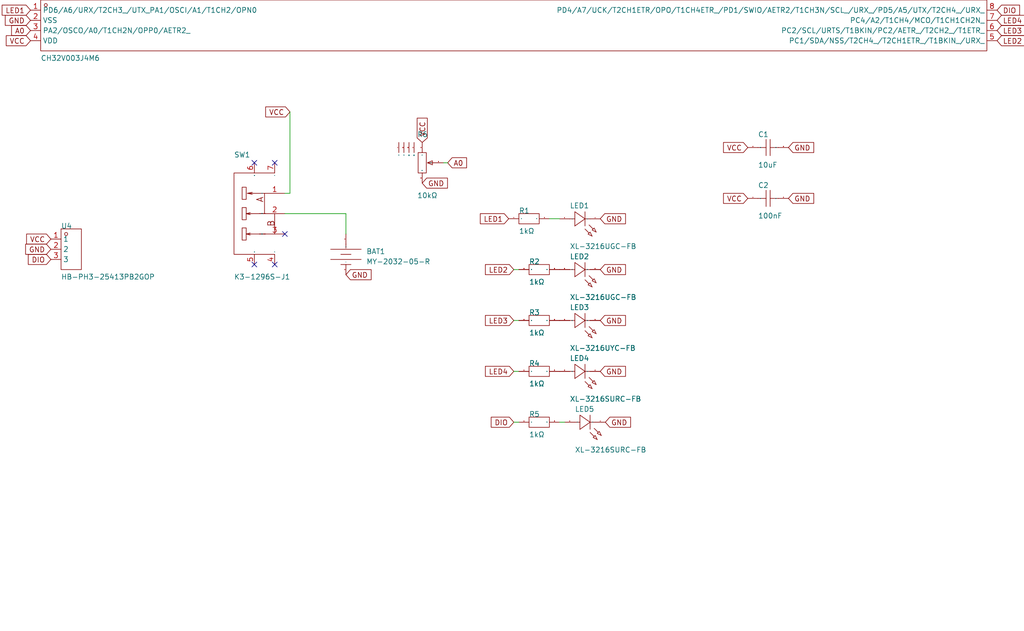
<source format=kicad_sch>
(kicad_sch (version 20231120) (generator "eeschema") (generator_version "8.0")
  (paper "User" 255.651 157.556)
  (lib_symbols
    (symbol "ProPrj_spo-easyedapro:C0805X6S476M6R3NT"
      (property "Reference" "C" (at 0 0 0))
      (symbol "C0805X6S476M6R3NT_1_0"
        (polyline (pts (xy -0.508 -2.032) (xy -0.508 2.032)))
        (polyline (pts (xy -0.508 0) (xy -2.54 0)))
        (polyline (pts (xy 0.508 2.032) (xy 0.508 -2.032)))
        (polyline (pts (xy 2.54 0) (xy 0.508 0)))
        (pin unspecified line (at -5.08 0 0) (length 2.54) (name "1") (number "1"))
        (pin unspecified line (at 5.08 0 180) (length 2.54) (name "2") (number "2"))
      )
    )
    (symbol "ProPrj_spo-easyedapro:CH32V003J4M6_C5346354"
      (property "Reference" "U" (at 0 0 0))
      (symbol "CH32V003J4M6_C5346354_1_0"
        (rectangle (start -118.11 -6.35) (end 118.11 6.35))
        (circle (center -116.84 5.08) (radius 0.381))
        (pin unspecified line (at -120.65 3.81 0) (length 2.54) (name "PD6/A6/URX/T2CH3_/UTX_PA1/OSCI/A1/T1CH2/OPN0") (number "1"))
        (pin unspecified line (at -120.65 1.27 0) (length 2.54) (name "VSS") (number "2"))
        (pin unspecified line (at -120.65 -1.27 0) (length 2.54) (name "PA2/OSCO/A0/T1CH2N/OPP0/AETR2_") (number "3"))
        (pin unspecified line (at -120.65 -3.81 0) (length 2.54) (name "VDD") (number "4"))
        (pin unspecified line (at 120.65 -3.81 180) (length 2.54) (name "PC1/SDA/NSS/T2CH4_/T2CH1ETR_/T1BKIN_/URX_") (number "5"))
        (pin unspecified line (at 120.65 -1.27 180) (length 2.54) (name "PC2/SCL/URTS/T1BKIN/PC2/AETR_/T2CH2_/T1ETR_") (number "6"))
        (pin unspecified line (at 120.65 1.27 180) (length 2.54) (name "PC4/A2/T1CH4/MCO/T1CH1CH2N_") (number "7"))
        (pin unspecified line (at 120.65 3.81 180) (length 2.54) (name "PD4/A7/UCK/T2CH1ETR/OPO/T1CH4ETR_/PD1/SWIO/AETR2/T1CH3N/SCL_/URX_/PD5/A5/UTX/T2CH4_/URX_") (number "8"))
      )
    )
    (symbol "ProPrj_spo-easyedapro:HB-PH3-25413PB2GOP"
      (property "Reference" "U" (at 0 0 0))
      (symbol "HB-PH3-25413PB2GOP_1_0"
        (rectangle (start -2.54 -5.08) (end 2.54 5.08))
        (circle (center -1.27 3.81) (radius 0.381))
        (pin unspecified line (at -5.08 2.54 0) (length 2.54) (name "1") (number "1"))
        (pin unspecified line (at -5.08 0 0) (length 2.54) (name "2") (number "2"))
        (pin unspecified line (at -5.08 -2.54 0) (length 2.54) (name "3") (number "3"))
      )
    )
    (symbol "ProPrj_spo-easyedapro:K3-1296S-J1"
      (property "Reference" "SW" (at 0 0 0))
      (symbol "K3-1296S-J1_1_0"
        (rectangle (start -6.604 -5.588) (end -3.556 -4.572))
        (rectangle (start -1.524 -5.588) (end 1.524 -4.572))
        (polyline (pts (xy -5.08 -4.318) (xy -5.334 -3.048)))
        (polyline (pts (xy 0 -4.572) (xy -0.254 -3.556)))
        (polyline (pts (xy 0 -4.572) (xy 0 0)))
        (polyline (pts (xy 0 -4.572) (xy 0.254 -3.556)))
        (polyline (pts (xy 0 -1.27) (xy 0 0.254)))
        (polyline (pts (xy 0 2.54) (xy 5.08 2.54)))
        (polyline (pts (xy 5.08 -4.572) (xy 4.826 -3.556)))
        (polyline (pts (xy 5.08 0.254) (xy 5.08 -1.27)))
        (polyline (pts (xy 5.08 0) (xy 5.08 -4.572) (xy 5.08 -4.572) (xy 5.334 -3.556)))
        (polyline (pts (xy -10.16 2.54) (xy -10.16 -7.62) (xy -10.16 -7.62) (xy 10.16 -7.62) (xy 10.16 -7.62) (xy 10.16 2.54)))
        (polyline (pts (xy 0 0) (xy -5.08 0) (xy -5.08 0) (xy -5.08 -4.318) (xy -5.08 -4.318) (xy -4.826 -3.048)))
        (rectangle (start 3.556 -5.588) (end 6.604 -4.572))
        (text "A" (at -4.318 -0.2032 0) (effects (font (size 1.5748 1.5748)) (justify left bottom)))
        (text "B" (at 1.524 2.5654 0) (effects (font (size 1.5748 1.5748)) (justify left bottom)))
        (pin unspecified line (at -5.08 5.08 270) (length 5.08) (name "1") (number "1"))
        (pin unspecified line (at 0 5.08 270) (length 5.08) (name "2") (number "2"))
        (pin unspecified line (at 5.08 5.08 270) (length 5.08) (name "3") (number "3"))
        (pin unspecified line (at 12.7 2.54 180) (length 2.54) (name "4") (number "4"))
        (pin unspecified line (at 12.7 -2.54 180) (length 2.54) (name "5") (number "5"))
        (pin unspecified line (at -12.7 -2.54 0) (length 2.54) (name "6") (number "6"))
        (pin unspecified line (at -12.7 2.54 0) (length 2.54) (name "7") (number "7"))
      )
    )
    (symbol "ProPrj_spo-easyedapro:MY-2032-05-R"
      (property "Reference" "BAT" (at 0 0 0))
      (symbol "MY-2032-05-R_1_0"
        (polyline (pts (xy -2.54 0) (xy -1.524 0)))
        (polyline (pts (xy -1.27 3.81) (xy -1.27 -3.81)))
        (polyline (pts (xy 0 1.27) (xy 0 -1.27)))
        (polyline (pts (xy 1.27 3.81) (xy 1.27 -3.81)))
        (polyline (pts (xy 2.54 1.27) (xy 2.54 -1.27)))
        (pin unspecified line (at -5.08 0 0) (length 2.54) (name "+") (number "1"))
        (pin unspecified line (at 5.08 0 180) (length 2.54) (name "-") (number "2"))
      )
    )
    (symbol "ProPrj_spo-easyedapro:RK10J11R0A0H"
      (property "Reference" "R" (at 0 0 0))
      (symbol "RK10J11R0A0H_1_0"
        (rectangle (start -2.54 -2.794) (end 2.54 -0.762))
        (polyline (pts (xy 0 -0.254) (xy 0 1.016)))
        (polyline (pts (xy 0.508 0.762) (xy 0 -0.508) (xy 0 -0.508) (xy -0.508 0.762) (xy -0.508 0.762) (xy 0.508 0.762)))
        (pin input line (at -5.08 -1.778 0) (length 2.54) (name "1") (number "1"))
        (pin input line (at 0 3.556 270) (length 2.54) (name "2") (number "2"))
        (pin input line (at 5.08 -1.778 180) (length 2.54) (name "3") (number "3"))
        (pin input line (at -5.08 -3.81 0) (length 2.54) (name "Dummy") (number "4"))
        (pin input line (at -5.08 -5.08 0) (length 2.54) (name "Dummy") (number "5"))
        (pin input line (at -5.08 -6.35 0) (length 2.54) (name "EH") (number "6"))
        (pin input line (at -5.08 -7.62 0) (length 2.54) (name "EH") (number "7"))
      )
    )
    (symbol "ProPrj_spo-easyedapro:SCR0805J1K"
      (property "Reference" "R" (at 0 0 0))
      (symbol "SCR0805J1K_1_0"
        (rectangle (start -2.54 -1.27) (end 2.54 1.27))
        (pin unspecified line (at -5.08 0 0) (length 2.54) (name "1") (number "1"))
        (pin unspecified line (at 5.08 0 180) (length 2.54) (name "2") (number "2"))
      )
    )
    (symbol "ProPrj_spo-easyedapro:XL-3216SURC-FB"
      (property "Reference" "LED" (at 0 0 0))
      (symbol "XL-3216SURC-FB_1_0"
        (polyline (pts (xy -2.286 1.524) (xy -3.302 2.54)))
        (polyline (pts (xy -1.27 0) (xy -2.54 0)))
        (polyline (pts (xy -1.27 1.778) (xy -1.27 -1.778)))
        (polyline (pts (xy -1.27 2.54) (xy -2.286 3.556)))
        (polyline (pts (xy 2.54 0) (xy 1.27 0)))
        (polyline (pts (xy -4.064 3.302) (xy -3.048 2.794) (xy -3.048 2.794) (xy -3.556 2.286) (xy -3.556 2.286) (xy -4.064 3.302)))
        (polyline (pts (xy -3.048 4.318) (xy -2.032 3.81) (xy -2.032 3.81) (xy -2.54 3.302) (xy -2.54 3.302) (xy -3.048 4.318)))
        (polyline (pts (xy 1.27 1.778) (xy -1.27 0) (xy -1.27 0) (xy 1.27 -1.778) (xy 1.27 -1.778) (xy 1.27 1.778)))
        (pin unspecified line (at -5.08 0 0) (length 2.54) (name "K") (number "1"))
        (pin unspecified line (at 5.08 0 180) (length 2.54) (name "A") (number "2"))
      )
    )
  )
  (no_connect (at 71.12 58.42))
  (no_connect (at 68.58 66.04))
  (no_connect (at 63.5 66.04))
  (no_connect (at 68.58 40.64))
  (no_connect (at 63.5 40.64))
  (wire (pts (xy 137.16 54.61) (xy 139.7 54.61)))
  (wire (pts (xy 71.12 53.34) (xy 86.36 53.34)))
  (wire (pts (xy 72.39 48.26) (xy 72.39 27.94)))
  (wire (pts (xy 86.36 53.34) (xy 86.36 58.42)))
  (wire (pts (xy 139.7 105.41) (xy 140.97 105.41)))
  (wire (pts (xy 71.12 48.26) (xy 72.39 48.26)))
  (wire (pts (xy 128.27 92.71) (xy 129.54 92.71)))
  (wire (pts (xy 128.27 105.41) (xy 129.54 105.41)))
  (wire (pts (xy 110.744 40.64) (xy 111.76 40.64)))
  (wire (pts (xy 129.54 80.01) (xy 128.27 80.01)))
  (wire (pts (xy 128.27 67.31) (xy 129.54 67.31)))
  (global_label "A0" (shape input) (at 7.62 7.62 180) (property "Intersheetrefs" "${INTERSHEET_REFS}" (effects (hide yes))))
  (global_label "VCC" (shape input) (at 186.69 49.53 180) (property "Intersheetrefs" "${INTERSHEET_REFS}" (effects (hide yes))))
  (global_label "VCC" (shape input) (at 7.62 10.16 180) (property "Intersheetrefs" "${INTERSHEET_REFS}" (effects (hide yes))))
  (global_label "GND" (shape input) (at 12.7 62.23 180) (property "Intersheetrefs" "${INTERSHEET_REFS}" (effects (hide yes))))
  (global_label "GND" (shape input) (at 149.86 54.61 0) (property "Intersheetrefs" "${INTERSHEET_REFS}" (effects (hide yes))))
  (global_label "LED3" (shape input) (at 248.92 7.62 0) (property "Intersheetrefs" "${INTERSHEET_REFS}" (effects (hide yes))))
  (global_label "LED4" (shape input) (at 248.92 5.08 0) (property "Intersheetrefs" "${INTERSHEET_REFS}" (effects (hide yes))))
  (global_label "DIO" (shape input) (at 248.92 2.54 0) (property "Intersheetrefs" "${INTERSHEET_REFS}" (effects (hide yes))))
  (global_label "DIO" (shape input) (at 128.27 105.41 180) (property "Intersheetrefs" "${INTERSHEET_REFS}" (effects (hide yes))))
  (global_label "VCC" (shape input) (at 72.39 27.94 180) (property "Intersheetrefs" "${INTERSHEET_REFS}" (effects (hide yes))))
  (global_label "A0" (shape input) (at 111.76 40.64 0) (property "Intersheetrefs" "${INTERSHEET_REFS}" (effects (hide yes))))
  (global_label "GND" (shape input) (at 196.85 36.83 0) (property "Intersheetrefs" "${INTERSHEET_REFS}" (effects (hide yes))))
  (global_label "GND" (shape input) (at 149.86 92.71 0) (property "Intersheetrefs" "${INTERSHEET_REFS}" (effects (hide yes))))
  (global_label "LED3" (shape input) (at 128.27 80.01 180) (property "Intersheetrefs" "${INTERSHEET_REFS}" (effects (hide yes))))
  (global_label "LED4" (shape input) (at 128.27 92.71 180) (property "Intersheetrefs" "${INTERSHEET_REFS}" (effects (hide yes))))
  (global_label "LED1" (shape input) (at 127 54.61 180) (property "Intersheetrefs" "${INTERSHEET_REFS}" (effects (hide yes))))
  (global_label "DIO" (shape input) (at 12.7 64.77 180) (property "Intersheetrefs" "${INTERSHEET_REFS}" (effects (hide yes))))
  (global_label "LED2" (shape input) (at 248.92 10.16 0) (property "Intersheetrefs" "${INTERSHEET_REFS}" (effects (hide yes))))
  (global_label "GND" (shape input) (at 149.86 67.31 0) (property "Intersheetrefs" "${INTERSHEET_REFS}" (effects (hide yes))))
  (global_label "GND" (shape input) (at 105.41 45.72 0) (property "Intersheetrefs" "${INTERSHEET_REFS}" (effects (hide yes))))
  (global_label "GND" (shape input) (at 149.86 80.01 0) (property "Intersheetrefs" "${INTERSHEET_REFS}" (effects (hide yes))))
  (global_label "GND" (shape input) (at 196.85 49.53 0) (property "Intersheetrefs" "${INTERSHEET_REFS}" (effects (hide yes))))
  (global_label "GND" (shape input) (at 7.62 5.08 180) (property "Intersheetrefs" "${INTERSHEET_REFS}" (effects (hide yes))))
  (global_label "VCC" (shape input) (at 12.7 59.69 180) (property "Intersheetrefs" "${INTERSHEET_REFS}" (effects (hide yes))))
  (global_label "GND" (shape input) (at 86.36 68.58 0) (property "Intersheetrefs" "${INTERSHEET_REFS}" (effects (hide yes))))
  (global_label "LED1" (shape input) (at 7.62 2.54 180) (property "Intersheetrefs" "${INTERSHEET_REFS}" (effects (hide yes))))
  (global_label "LED2" (shape input) (at 128.27 67.31 180) (property "Intersheetrefs" "${INTERSHEET_REFS}" (effects (hide yes))))
  (global_label "VCC" (shape input) (at 186.69 36.83 180) (property "Intersheetrefs" "${INTERSHEET_REFS}" (effects (hide yes))))
  (global_label "GND" (shape input) (at 151.13 105.41 0) (property "Intersheetrefs" "${INTERSHEET_REFS}" (effects (hide yes))))
  (global_label "VCC" (shape input) (at 105.41 35.56 90) (property "Intersheetrefs" "${INTERSHEET_REFS}" (effects (hide yes))))
  (symbol (lib_id "ProPrj_spo-easyedapro:MY-2032-05-R") (at 86.36 63.5 270) (unit 1)
    (property "Reference" "BAT1" (at 91.44 63.5 90) (effects (justify left bottom)))
    (property "Value" "MY-2032-05-R" (at 91.44 66.04 90) (effects (justify left bottom)))
    (property "Footprint" "ProPrj_spo-easyedapro:BAT-SMD_MY-2032-05-R" (effects (hide yes)))
    (property "Datasheet" "https://atta.szlcsc.com/upload/public/pdf/source/20210914/6A140A52542774FB9E30408F758885EB.pdf" (effects (hide yes)))
    (property "Description" "Connector Type:Battery clip Battery Type:CR2032 Contact Material:Phosphor Bronze Contact Plating:Nickel Operating Temperature Range:- Operating Temperature Range:-" (effects (hide yes)))
    (property "Manufacturer Part" "MY-2032-05-R" (effects (hide yes)))
    (property "Manufacturer" "MYOUNG(美阳)" (effects (hide yes)))
    (property "Supplier Part" "C964830" (effects (hide yes)))
    (property "Supplier" "LCSC" (effects (hide yes)))
    (property "LCSC Part Name" "电池扣 适用电池:CR2032" (effects (hide yes)))
  )
  (symbol (lib_id "ProPrj_spo-easyedapro:XL-3216SURC-FB") (at 144.78 92.71 180) (unit 1)
    (property "Reference" "LED4" (at 142.24 90.17 0) (effects (justify right top)))
    (property "Value" "XL-3216SURC-FB" (at 142.24 100.33 0) (effects (justify right top)))
    (property "Footprint" "ProPrj_spo-easyedapro:LED1206-RD_RED_LTST-C230CKT" (effects (hide yes)))
    (property "Datasheet" "https://atta.szlcsc.com/upload/public/pdf/source/20240122/F216A1795EAEA8F1BE696C55440BDCCA.pdf" (effects (hide yes)))
    (property "Description" "Lamp Holder Type:- Emitted Color:Red Forward Voltage (VF):- Forward Voltage (VF):- Power Dissipation:- Forward Current:- Dominant Wavelength:- Dominant Wavelength:- Peak Wavelength:- Diode Configuration:- Lens Color:- Color Temperature:- Color Temperature" (effects (hide yes)))
    (property "Manufacturer Part" "XL-3216SURC-FB" (effects (hide yes)))
    (property "Manufacturer" "XINGLIGHT(成兴光)" (effects (hide yes)))
    (property "Supplier Part" "C3646938" (effects (hide yes)))
    (property "Supplier" "LCSC" (effects (hide yes)))
    (property "LCSC Part Name" "XL-3216SURC-FB" (effects (hide yes)))
  )
  (symbol (lib_id "ProPrj_spo-easyedapro:XL-3216SURC-FB") (at 144.78 80.01 180) (unit 1)
    (property "Reference" "LED3" (at 142.24 77.47 0) (effects (justify right top)))
    (property "Value" "XL-3216UYC-FB" (at 142.24 87.63 0) (effects (justify right top)))
    (property "Footprint" "ProPrj_spo-easyedapro:LED1206-RD_RED_LTST-C230CKT" (effects (hide yes)))
    (property "Datasheet" "https://atta.szlcsc.com/upload/public/pdf/source/20240122/316042F39A3C0E85947DB88BA5BD9D45.pdf" (effects (hide yes)))
    (property "Description" "Lamp Holder Type:- Emitted Color:Red Forward Voltage (VF):- Forward Voltage (VF):- Power Dissipation:- Forward Current:- Dominant Wavelength:- Dominant Wavelength:- Peak Wavelength:- Diode Configuration:- Lens Color:- Color Temperature:- Color Temperature" (effects (hide yes)))
    (property "Manufacturer Part" "XL-3216UYC-FB" (effects (hide yes)))
    (property "Manufacturer" "XINGLIGHT(成兴光)" (effects (hide yes)))
    (property "Supplier Part" "C3646939" (effects (hide yes)))
    (property "Supplier" "LCSC" (effects (hide yes)))
    (property "LCSC Part Name" "XL-3216UYC-FB" (effects (hide yes)))
  )
  (symbol (lib_id "ProPrj_spo-easyedapro:SCR0805J1K") (at 134.62 67.31 0) (unit 1)
    (property "Reference" "R2" (at 132.08 66.04 0) (effects (justify left bottom)))
    (property "Value" "1kΩ" (at 132.08 71.12 0) (effects (justify left bottom)))
    (property "Footprint" "ProPrj_spo-easyedapro:R0805" (effects (hide yes)))
    (property "Datasheet" "https://atta.szlcsc.com/upload/public/pdf/source/20220513/247AF9639BA21CF93567DC289CCC6A22.pdf" (effects (hide yes)))
    (property "Description" "Type:Thick Film Resistors Resistance: Tolerance:±5% Tolerance:±5% Power(Watts): Overload Voltage (Max): Operating Temperature Range:-55°C~+155°C Operating Temperature Range:-55°C~+155°C" (effects (hide yes)))
    (property "Manufacturer Part" "SCR0805J1K" (effects (hide yes)))
    (property "Manufacturer" "VO(翔胜)" (effects (hide yes)))
    (property "Supplier Part" "C3017842" (effects (hide yes)))
    (property "Supplier" "LCSC" (effects (hide yes)))
    (property "LCSC Part Name" "厚膜电阻 1kΩ ±5% 125mW" (effects (hide yes)))
  )
  (symbol (lib_id "ProPrj_spo-easyedapro:SCR0805J1K") (at 132.08 54.61 0) (unit 1)
    (property "Reference" "R1" (at 129.54 53.34 0) (effects (justify left bottom)))
    (property "Value" "1kΩ" (at 129.54 58.42 0) (effects (justify left bottom)))
    (property "Footprint" "ProPrj_spo-easyedapro:R0805" (effects (hide yes)))
    (property "Datasheet" "https://atta.szlcsc.com/upload/public/pdf/source/20220513/247AF9639BA21CF93567DC289CCC6A22.pdf" (effects (hide yes)))
    (property "Description" "Type:Thick Film Resistors Resistance: Tolerance:±5% Tolerance:±5% Power(Watts): Overload Voltage (Max): Operating Temperature Range:-55°C~+155°C Operating Temperature Range:-55°C~+155°C" (effects (hide yes)))
    (property "Manufacturer Part" "SCR0805J1K" (effects (hide yes)))
    (property "Manufacturer" "VO(翔胜)" (effects (hide yes)))
    (property "Supplier Part" "C3017842" (effects (hide yes)))
    (property "Supplier" "LCSC" (effects (hide yes)))
    (property "LCSC Part Name" "厚膜电阻 1kΩ ±5% 125mW" (effects (hide yes)))
  )
  (symbol (lib_id "ProPrj_spo-easyedapro:C0805X6S476M6R3NT") (at 191.77 36.83 0) (unit 1)
    (property "Reference" "C1" (at 189.23 34.29 0) (effects (justify left bottom)))
    (property "Value" "10uF" (at 189.23 41.91 0) (effects (justify left bottom)))
    (property "Footprint" "ProPrj_spo-easyedapro:C0805" (effects (hide yes)))
    (property "Datasheet" "https://atta.szlcsc.com/upload/public/pdf/source/20190313/C374174_331C86E4A68CC9C732DA87186AAF7F8A.pdf" (effects (hide yes)))
    (property "Description" "Capacitance: Tolerance:±10% Tolerance:±10% Voltage Rated: Temperature Coefficient:" (effects (hide yes)))
    (property "Manufacturer Part" "C0805X106K010T" (effects (hide yes)))
    (property "Manufacturer" "IHHEC(禾伸堂)" (effects (hide yes)))
    (property "Supplier Part" "C340314" (effects (hide yes)))
    (property "Supplier" "LCSC" (effects (hide yes)))
    (property "LCSC Part Name" "10uF ±10% 10V" (effects (hide yes)))
  )
  (symbol (lib_id "ProPrj_spo-easyedapro:XL-3216SURC-FB") (at 144.78 67.31 180) (unit 1)
    (property "Reference" "LED2" (at 142.24 64.77 0) (effects (justify right top)))
    (property "Value" "XL-3216UGC-FB" (at 142.24 74.93 0) (effects (justify right top)))
    (property "Footprint" "ProPrj_spo-easyedapro:LED1206-RD_RED_LTST-C230CKT" (effects (hide yes)))
    (property "Datasheet" "https://atta.szlcsc.com/upload/public/pdf/source/20240122/1A82D39BA7663102D67F58BA04F46DB7.pdf" (effects (hide yes)))
    (property "Description" "Lamp Holder Type:- Emitted Color:Red Forward Voltage (VF):- Forward Voltage (VF):- Power Dissipation:- Forward Current:- Dominant Wavelength:- Dominant Wavelength:- Peak Wavelength:- Diode Configuration:- Lens Color:- Color Temperature:- Color Temperature" (effects (hide yes)))
    (property "Manufacturer Part" "XL-3216UGC-FB" (effects (hide yes)))
    (property "Manufacturer" "XINGLIGHT(成兴光)" (effects (hide yes)))
    (property "Supplier Part" "C3646937" (effects (hide yes)))
    (property "Supplier" "LCSC" (effects (hide yes)))
    (property "LCSC Part Name" "XL-3216UGC-FB" (effects (hide yes)))
  )
  (symbol (lib_id "ProPrj_spo-easyedapro:CH32V003J4M6_C5346354") (at 128.27 6.35 0) (unit 1)
    (property "Reference" "U3" (at 10.16 0 0) (effects (justify left bottom)))
    (property "Value" "CH32V003J4M6" (at 10.16 15.24 0) (effects (justify left bottom)))
    (property "Footprint" "ProPrj_spo-easyedapro:SOP-8_L4.9-W3.8-P1.27-LS6.0-BL" (effects (hide yes)))
    (property "Datasheet" "https://atta.szlcsc.com/upload/public/pdf/source/20240313/8FAFD0DE100342130E64AE37B01CD8FD.pdf" (effects (hide yes)))
    (property "Manufacturer Part" "CH32V003J4M6" (effects (hide yes)))
    (property "Manufacturer" "WCH(南京沁恒)" (effects (hide yes)))
    (property "Supplier Part" "C5346354" (effects (hide yes)))
    (property "Supplier" "LCSC" (effects (hide yes)))
    (property "LCSC Part Name" "CH32V003J4M6" (effects (hide yes)))
  )
  (symbol (lib_id "ProPrj_spo-easyedapro:SCR0805J1K") (at 134.62 80.01 0) (unit 1)
    (property "Reference" "R3" (at 132.08 78.74 0) (effects (justify left bottom)))
    (property "Value" "1kΩ" (at 132.08 83.82 0) (effects (justify left bottom)))
    (property "Footprint" "ProPrj_spo-easyedapro:R0805" (effects (hide yes)))
    (property "Datasheet" "https://atta.szlcsc.com/upload/public/pdf/source/20220513/247AF9639BA21CF93567DC289CCC6A22.pdf" (effects (hide yes)))
    (property "Description" "Type:Thick Film Resistors Resistance: Tolerance:±5% Tolerance:±5% Power(Watts): Overload Voltage (Max): Operating Temperature Range:-55°C~+155°C Operating Temperature Range:-55°C~+155°C" (effects (hide yes)))
    (property "Manufacturer Part" "SCR0805J1K" (effects (hide yes)))
    (property "Manufacturer" "VO(翔胜)" (effects (hide yes)))
    (property "Supplier Part" "C3017842" (effects (hide yes)))
    (property "Supplier" "LCSC" (effects (hide yes)))
    (property "LCSC Part Name" "厚膜电阻 1kΩ ±5% 125mW" (effects (hide yes)))
  )
  (symbol (lib_id "ProPrj_spo-easyedapro:C0805X6S476M6R3NT") (at 191.77 49.53 0) (unit 1)
    (property "Reference" "C2" (at 189.23 46.99 0) (effects (justify left bottom)))
    (property "Value" "100nF" (at 189.23 54.61 0) (effects (justify left bottom)))
    (property "Footprint" "ProPrj_spo-easyedapro:C0805" (effects (hide yes)))
    (property "Datasheet" "https://atta.szlcsc.com/upload/public/pdf/source/20230606/669055DE75059663B91493F8EA2097F9.pdf" (effects (hide yes)))
    (property "Description" "Capacitance:100nF Tolerance:±10% Tolerance:±10% Voltage Rated: Temperature Coefficient:" (effects (hide yes)))
    (property "Manufacturer Part" "C0805X104K251T" (effects (hide yes)))
    (property "Manufacturer" "IHHEC(禾伸堂)" (effects (hide yes)))
    (property "Supplier Part" "C5451689" (effects (hide yes)))
    (property "Supplier" "LCSC" (effects (hide yes)))
    (property "LCSC Part Name" "100nF ±10% 250V" (effects (hide yes)))
  )
  (symbol (lib_id "ProPrj_spo-easyedapro:K3-1296S-J1") (at 66.04 53.34 270) (unit 1)
    (property "Reference" "SW1" (at 58.42 39.37 90) (effects (justify left bottom)))
    (property "Value" "K3-1296S-J1" (at 58.42 69.85 90) (effects (justify left bottom)))
    (property "Footprint" "ProPrj_spo-easyedapro:SW-SMD_K3-1296S-J1" (effects (hide yes)))
    (property "Datasheet" "https://atta.szlcsc.com/upload/public/pdf/source/20210810/C1D09F8426E506C098828AC79788E4EC.pdf" (effects (hide yes)))
    (property "Description" "Circuit:SPDT Actuator Style:Rectangular columnar Pin Style:SMDSplicing Switch Length:6.6mm Switch Width:2.7mm Switch Height:1.4mm Mounting Style:卧贴 Actuator Color:Black Current Rating (DC):300mA Voltage Rating (DC):4V Current Rating (AC):- Voltage Rating" (effects (hide yes)))
    (property "Manufacturer Part" "K3-1296S-J1" (effects (hide yes)))
    (property "Manufacturer" "韩国韩荣" (effects (hide yes)))
    (property "Supplier Part" "C223848" (effects (hide yes)))
    (property "Supplier" "LCSC" (effects (hide yes)))
    (property "LCSC Part Name" "柄长2.3mm卧贴双档 滑动开关" (effects (hide yes)))
  )
  (symbol (lib_id "ProPrj_spo-easyedapro:SCR0805J1K") (at 134.62 92.71 0) (unit 1)
    (property "Reference" "R4" (at 132.08 91.44 0) (effects (justify left bottom)))
    (property "Value" "1kΩ" (at 132.08 96.52 0) (effects (justify left bottom)))
    (property "Footprint" "ProPrj_spo-easyedapro:R0805" (effects (hide yes)))
    (property "Datasheet" "https://atta.szlcsc.com/upload/public/pdf/source/20220513/247AF9639BA21CF93567DC289CCC6A22.pdf" (effects (hide yes)))
    (property "Description" "Type:Thick Film Resistors Resistance: Tolerance:±5% Tolerance:±5% Power(Watts): Overload Voltage (Max): Operating Temperature Range:-55°C~+155°C Operating Temperature Range:-55°C~+155°C" (effects (hide yes)))
    (property "Manufacturer Part" "SCR0805J1K" (effects (hide yes)))
    (property "Manufacturer" "VO(翔胜)" (effects (hide yes)))
    (property "Supplier Part" "C3017842" (effects (hide yes)))
    (property "Supplier" "LCSC" (effects (hide yes)))
    (property "LCSC Part Name" "厚膜电阻 1kΩ ±5% 125mW" (effects (hide yes)))
  )
  (symbol (lib_id "ProPrj_spo-easyedapro:XL-3216SURC-FB") (at 144.78 54.6354 180) (unit 1)
    (property "Reference" "LED1" (at 142.24 52.07 0) (effects (justify right top)))
    (property "Value" "XL-3216UGC-FB" (at 142.24 62.23 0) (effects (justify right top)))
    (property "Footprint" "ProPrj_spo-easyedapro:LED1206-RD_RED_LTST-C230CKT" (effects (hide yes)))
    (property "Datasheet" "https://atta.szlcsc.com/upload/public/pdf/source/20240122/1A82D39BA7663102D67F58BA04F46DB7.pdf" (effects (hide yes)))
    (property "Description" "Lamp Holder Type:- Emitted Color:Red Forward Voltage (VF):- Forward Voltage (VF):- Power Dissipation:- Forward Current:- Dominant Wavelength:- Dominant Wavelength:- Peak Wavelength:- Diode Configuration:- Lens Color:- Color Temperature:- Color Temperature" (effects (hide yes)))
    (property "Manufacturer Part" "XL-3216UGC-FB" (effects (hide yes)))
    (property "Manufacturer" "XINGLIGHT(成兴光)" (effects (hide yes)))
    (property "Supplier Part" "C3646937" (effects (hide yes)))
    (property "Supplier" "LCSC" (effects (hide yes)))
    (property "LCSC Part Name" "XL-3216UGC-FB" (effects (hide yes)))
  )
  (symbol (lib_id "ProPrj_spo-easyedapro:HB-PH3-25413PB2GOP") (at 17.78 62.23 0) (unit 1)
    (property "Reference" "U4" (at 15.24 57.15 0) (effects (justify left bottom)))
    (property "Value" "HB-PH3-25413PB2GOP" (at 15.24 69.85 0) (effects (justify left bottom)))
    (property "Footprint" "ProPrj_spo-easyedapro:HDR-TH_3P-P2.54-V-M" (effects (hide yes)))
    (property "Datasheet" "https://atta.szlcsc.com/upload/public/pdf/source/20230803/F72D259687963761DF1B552F3BB84A31.pdf" (effects (hide yes)))
    (property "Description" "Pin Structure:1x3P Pitch:2.54mm Row Spacing:2.54mm Circluar Pins/Square Pins:Square Pins Mounting Type:Straight Number of Rows:Plugin Number of Pins:3P Current Rating (Max):3A Voltage Rating (Max):250V Length of Mating Pin:6mm Insulation Height:2.54mm Len" (effects (hide yes)))
    (property "Manufacturer Part" "HB-PH3-25413PB2GOP" (effects (hide yes)))
    (property "Manufacturer" "HANBO(汉博)" (effects (hide yes)))
    (property "Supplier Part" "C6332196" (effects (hide yes)))
    (property "Supplier" "LCSC" (effects (hide yes)))
    (property "LCSC Part Name" "间距:2.54mm 1x3P 直插 方针" (effects (hide yes)))
  )
  (symbol (lib_id "ProPrj_spo-easyedapro:RK10J11R0A0H") (at 107.188 40.64 270) (unit 1)
    (property "Reference" "R6" (at 104.14 34.29 90) (effects (justify left bottom)))
    (property "Value" "10kΩ" (at 104.14 49.53 90) (effects (justify left bottom)))
    (property "Footprint" "ProPrj_spo-easyedapro:RES-SMD_RK10J11R0A0H" (effects (hide yes)))
    (property "Datasheet" "https://atta.szlcsc.com/upload/public/pdf/source/20191216/C470766_0C3ACE582B4AD6B29087E6A70DBBDA02.pdf" (effects (hide yes)))
    (property "Description" "Resistance: Tolerance:±30% Tolerance:±30% Rated Voltage:20V Power(Watts):30mW Turns:-" (effects (hide yes)))
    (property "Manufacturer Part" "RK10J11R0A0H" (effects (hide yes)))
    (property "Manufacturer" "ALPSALPINE(阿尔卑斯阿尔派)" (effects (hide yes)))
    (property "Supplier Part" "C470766" (effects (hide yes)))
    (property "Supplier" "LCSC" (effects (hide yes)))
    (property "LCSC Part Name" "10kΩ ±30%" (effects (hide yes)))
  )
  (symbol (lib_id "ProPrj_spo-easyedapro:SCR0805J1K") (at 134.62 105.41 0) (unit 1)
    (property "Reference" "R5" (at 132.08 104.14 0) (effects (justify left bottom)))
    (property "Value" "1kΩ" (at 132.08 109.22 0) (effects (justify left bottom)))
    (property "Footprint" "ProPrj_spo-easyedapro:R0805" (effects (hide yes)))
    (property "Datasheet" "https://atta.szlcsc.com/upload/public/pdf/source/20220513/247AF9639BA21CF93567DC289CCC6A22.pdf" (effects (hide yes)))
    (property "Description" "Type:Thick Film Resistors Resistance: Tolerance:±5% Tolerance:±5% Power(Watts): Overload Voltage (Max): Operating Temperature Range:-55°C~+155°C Operating Temperature Range:-55°C~+155°C" (effects (hide yes)))
    (property "Manufacturer Part" "SCR0805J1K" (effects (hide yes)))
    (property "Manufacturer" "VO(翔胜)" (effects (hide yes)))
    (property "Supplier Part" "C3017842" (effects (hide yes)))
    (property "Supplier" "LCSC" (effects (hide yes)))
    (property "LCSC Part Name" "厚膜电阻 1kΩ ±5% 125mW" (effects (hide yes)))
  )
  (symbol (lib_id "ProPrj_spo-easyedapro:XL-3216SURC-FB") (at 146.05 105.41 180) (unit 1)
    (property "Reference" "LED5" (at 143.51 102.87 0) (effects (justify right top)))
    (property "Value" "XL-3216SURC-FB" (at 143.51 113.03 0) (effects (justify right top)))
    (property "Footprint" "ProPrj_spo-easyedapro:LED1206-RD_RED_LTST-C230CKT" (effects (hide yes)))
    (property "Datasheet" "https://atta.szlcsc.com/upload/public/pdf/source/20240122/F216A1795EAEA8F1BE696C55440BDCCA.pdf" (effects (hide yes)))
    (property "Description" "Lamp Holder Type:- Emitted Color:Red Forward Voltage (VF):- Forward Voltage (VF):- Power Dissipation:- Forward Current:- Dominant Wavelength:- Dominant Wavelength:- Peak Wavelength:- Diode Configuration:- Lens Color:- Color Temperature:- Color Temperature" (effects (hide yes)))
    (property "Manufacturer Part" "XL-3216SURC-FB" (effects (hide yes)))
    (property "Manufacturer" "XINGLIGHT(成兴光)" (effects (hide yes)))
    (property "Supplier Part" "C3646938" (effects (hide yes)))
    (property "Supplier" "LCSC" (effects (hide yes)))
    (property "LCSC Part Name" "XL-3216SURC-FB" (effects (hide yes)))
  )
)
</source>
